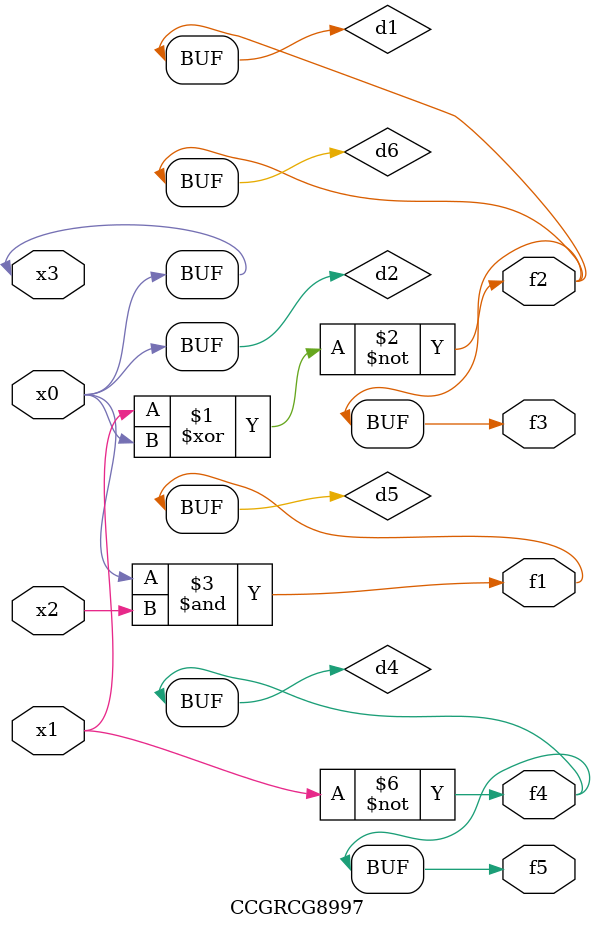
<source format=v>
module CCGRCG8997(
	input x0, x1, x2, x3,
	output f1, f2, f3, f4, f5
);

	wire d1, d2, d3, d4, d5, d6;

	xnor (d1, x1, x3);
	buf (d2, x0, x3);
	nand (d3, x0, x2);
	not (d4, x1);
	nand (d5, d3);
	or (d6, d1);
	assign f1 = d5;
	assign f2 = d6;
	assign f3 = d6;
	assign f4 = d4;
	assign f5 = d4;
endmodule

</source>
